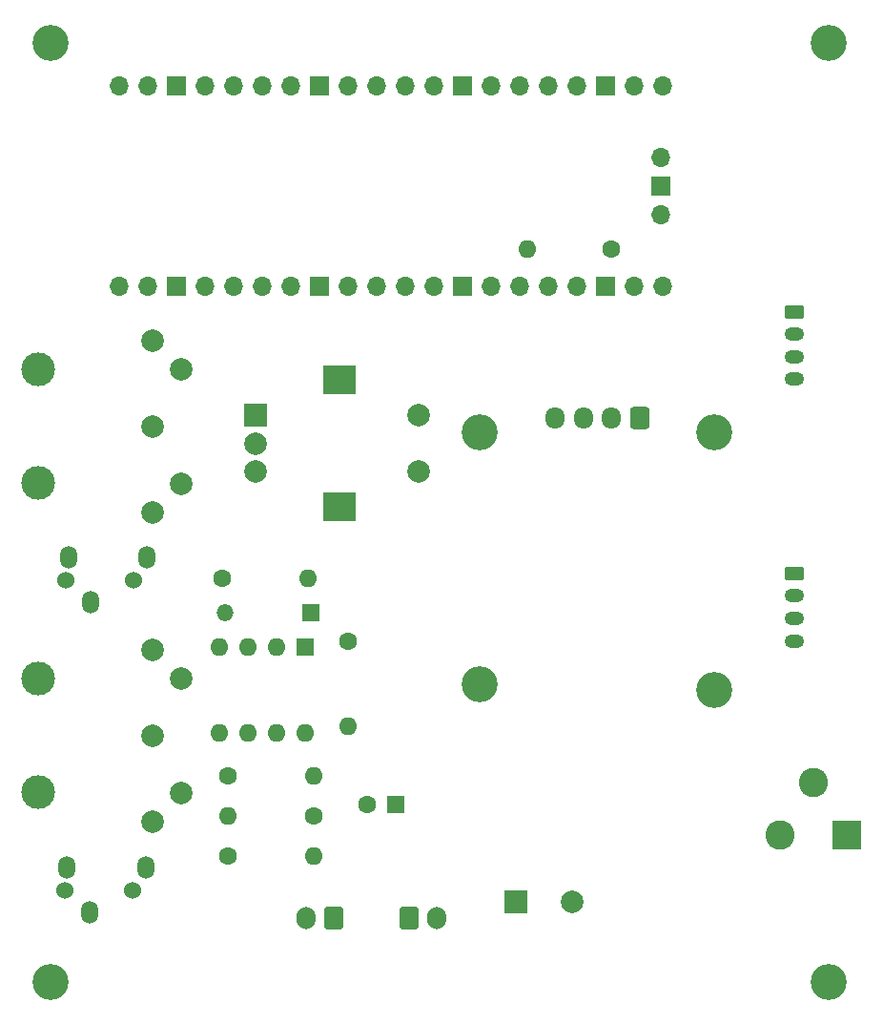
<source format=gbr>
%TF.GenerationSoftware,KiCad,Pcbnew,6.0.11+dfsg-1~bpo11+1*%
%TF.CreationDate,2025-04-08T21:51:03+02:00*%
%TF.ProjectId,v1,76312e6b-6963-4616-945f-706362585858,rev?*%
%TF.SameCoordinates,Original*%
%TF.FileFunction,Soldermask,Bot*%
%TF.FilePolarity,Negative*%
%FSLAX46Y46*%
G04 Gerber Fmt 4.6, Leading zero omitted, Abs format (unit mm)*
G04 Created by KiCad (PCBNEW 6.0.11+dfsg-1~bpo11+1) date 2025-04-08 21:51:03*
%MOMM*%
%LPD*%
G01*
G04 APERTURE LIST*
G04 Aperture macros list*
%AMRoundRect*
0 Rectangle with rounded corners*
0 $1 Rounding radius*
0 $2 $3 $4 $5 $6 $7 $8 $9 X,Y pos of 4 corners*
0 Add a 4 corners polygon primitive as box body*
4,1,4,$2,$3,$4,$5,$6,$7,$8,$9,$2,$3,0*
0 Add four circle primitives for the rounded corners*
1,1,$1+$1,$2,$3*
1,1,$1+$1,$4,$5*
1,1,$1+$1,$6,$7*
1,1,$1+$1,$8,$9*
0 Add four rect primitives between the rounded corners*
20,1,$1+$1,$2,$3,$4,$5,0*
20,1,$1+$1,$4,$5,$6,$7,0*
20,1,$1+$1,$6,$7,$8,$9,0*
20,1,$1+$1,$8,$9,$2,$3,0*%
G04 Aperture macros list end*
%ADD10C,3.200000*%
%ADD11C,1.600000*%
%ADD12O,1.600000X1.600000*%
%ADD13R,1.500000X1.500000*%
%ADD14O,1.500000X1.500000*%
%ADD15R,1.600000X1.600000*%
%ADD16R,2.000000X2.000000*%
%ADD17C,2.000000*%
%ADD18R,3.000000X2.500000*%
%ADD19RoundRect,0.250000X-0.600000X-0.750000X0.600000X-0.750000X0.600000X0.750000X-0.600000X0.750000X0*%
%ADD20O,1.700000X2.000000*%
%ADD21RoundRect,0.250000X0.600000X0.725000X-0.600000X0.725000X-0.600000X-0.725000X0.600000X-0.725000X0*%
%ADD22O,1.700000X1.950000*%
%ADD23O,1.700000X1.700000*%
%ADD24R,1.700000X1.700000*%
%ADD25O,1.750000X1.200000*%
%ADD26RoundRect,0.250000X-0.625000X0.350000X-0.625000X-0.350000X0.625000X-0.350000X0.625000X0.350000X0*%
%ADD27C,3.000000*%
%ADD28C,1.524000*%
%ADD29O,1.500000X2.000000*%
%ADD30C,2.600000*%
%ADD31R,2.600000X2.600000*%
%ADD32RoundRect,0.250000X0.600000X0.750000X-0.600000X0.750000X-0.600000X-0.750000X0.600000X-0.750000X0*%
G04 APERTURE END LIST*
D10*
%TO.C,H8*%
X132080000Y-76708000D03*
%TD*%
%TO.C,H7*%
X163068000Y-125476000D03*
%TD*%
%TO.C,H6*%
X132080000Y-99060000D03*
%TD*%
%TO.C,H5*%
X93980000Y-42164000D03*
%TD*%
%TO.C,H4*%
X93980000Y-125476000D03*
%TD*%
%TO.C,H3*%
X152908000Y-99568000D03*
%TD*%
%TO.C,H2*%
X163068000Y-42164000D03*
%TD*%
%TO.C,H1*%
X152908000Y-76708000D03*
%TD*%
D11*
%TO.C,R2*%
X109220000Y-89662000D03*
D12*
X116840000Y-89662000D03*
%TD*%
D11*
%TO.C,R1*%
X109728000Y-107188000D03*
D12*
X117348000Y-107188000D03*
%TD*%
D11*
%TO.C,C2*%
X120396000Y-95310000D03*
D12*
X120396000Y-102810000D03*
%TD*%
D11*
%TO.C,C4*%
X143764000Y-60452000D03*
D12*
X136264000Y-60452000D03*
%TD*%
D13*
%TO.C,D1*%
X117094000Y-92710000D03*
D14*
X109474000Y-92710000D03*
%TD*%
D11*
%TO.C,R4*%
X117348000Y-110744000D03*
D12*
X109728000Y-110744000D03*
%TD*%
D11*
%TO.C,R3*%
X109728000Y-114300000D03*
D12*
X117348000Y-114300000D03*
%TD*%
D15*
%TO.C,U2*%
X116576000Y-95768000D03*
D12*
X114036000Y-95768000D03*
X111496000Y-95768000D03*
X108956000Y-95768000D03*
X108956000Y-103388000D03*
X111496000Y-103388000D03*
X114036000Y-103388000D03*
X116576000Y-103388000D03*
%TD*%
D16*
%TO.C,SW1*%
X112130000Y-75224000D03*
D17*
X112130000Y-80224000D03*
X112130000Y-77724000D03*
D18*
X119630000Y-83324000D03*
X119630000Y-72124000D03*
D17*
X126630000Y-75224000D03*
X126630000Y-80224000D03*
%TD*%
%TO.C,C3*%
X140300300Y-118364000D03*
D16*
X135300300Y-118364000D03*
%TD*%
D19*
%TO.C,J9*%
X125750000Y-119871000D03*
D20*
X128250000Y-119871000D03*
%TD*%
D15*
%TO.C,C1*%
X124605400Y-109728000D03*
D11*
X122105400Y-109728000D03*
%TD*%
D21*
%TO.C,J5*%
X146244000Y-75484000D03*
D22*
X143744000Y-75484000D03*
X141244000Y-75484000D03*
X138744000Y-75484000D03*
%TD*%
D23*
%TO.C,U1*%
X148106000Y-52324000D03*
D24*
X148106000Y-54864000D03*
D23*
X148106000Y-57404000D03*
X100076000Y-45974000D03*
X102616000Y-45974000D03*
D24*
X105156000Y-45974000D03*
D23*
X107696000Y-45974000D03*
X110236000Y-45974000D03*
X112776000Y-45974000D03*
X115316000Y-45974000D03*
D24*
X117856000Y-45974000D03*
D23*
X120396000Y-45974000D03*
X122936000Y-45974000D03*
X125476000Y-45974000D03*
X128016000Y-45974000D03*
D24*
X130556000Y-45974000D03*
D23*
X133096000Y-45974000D03*
X135636000Y-45974000D03*
X138176000Y-45974000D03*
X140716000Y-45974000D03*
D24*
X143256000Y-45974000D03*
D23*
X145796000Y-45974000D03*
X148336000Y-45974000D03*
X148336000Y-63754000D03*
X145796000Y-63754000D03*
D24*
X143256000Y-63754000D03*
D23*
X140716000Y-63754000D03*
X138176000Y-63754000D03*
X135636000Y-63754000D03*
X133096000Y-63754000D03*
D24*
X130556000Y-63754000D03*
D23*
X128016000Y-63754000D03*
X125476000Y-63754000D03*
X122936000Y-63754000D03*
X120396000Y-63754000D03*
D24*
X117856000Y-63754000D03*
D23*
X115316000Y-63754000D03*
X112776000Y-63754000D03*
X110236000Y-63754000D03*
X107696000Y-63754000D03*
D24*
X105156000Y-63754000D03*
D23*
X102616000Y-63754000D03*
X100076000Y-63754000D03*
%TD*%
D25*
%TO.C,J6*%
X160020000Y-72040000D03*
X160020000Y-70040000D03*
X160020000Y-68040000D03*
D26*
X160020000Y-66040000D03*
%TD*%
D25*
%TO.C,J7*%
X160020000Y-95250000D03*
X160020000Y-93250000D03*
X160020000Y-91250000D03*
D26*
X160020000Y-89250000D03*
%TD*%
D17*
%TO.C,J2*%
X102997000Y-68580000D03*
X102997000Y-76200000D03*
X102997000Y-83820000D03*
X105537000Y-71120000D03*
X105537000Y-81280000D03*
D27*
X92837000Y-81200000D03*
X92837000Y-71200000D03*
%TD*%
D17*
%TO.C,J3*%
X102997000Y-96012000D03*
X102997000Y-103632000D03*
X102997000Y-111252000D03*
X105537000Y-98552000D03*
X105537000Y-108712000D03*
D27*
X92837000Y-108632000D03*
X92837000Y-98632000D03*
%TD*%
D28*
%TO.C,J4*%
X101220000Y-117348000D03*
X95220000Y-117348000D03*
D29*
X97420000Y-119348000D03*
X95420000Y-115348000D03*
X102420000Y-115348000D03*
%TD*%
D30*
%TO.C,J8*%
X161696000Y-107810000D03*
X158696000Y-112510000D03*
D31*
X164696000Y-112510000D03*
%TD*%
D28*
%TO.C,J1*%
X95333000Y-89858500D03*
X101333000Y-89858500D03*
D29*
X97533000Y-91858500D03*
X95533000Y-87858500D03*
X102533000Y-87858500D03*
%TD*%
D32*
%TO.C,J10*%
X119106000Y-119871000D03*
D20*
X116606000Y-119871000D03*
%TD*%
M02*

</source>
